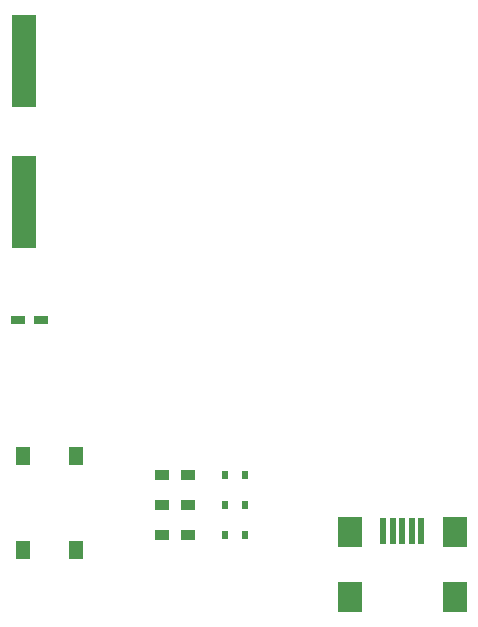
<source format=gbr>
G04 #@! TF.GenerationSoftware,KiCad,Pcbnew,(5.0.0)*
G04 #@! TF.CreationDate,2018-10-04T20:09:54-05:00*
G04 #@! TF.ProjectId,ClockBoard,436C6F636B426F6172642E6B69636164,rev?*
G04 #@! TF.SameCoordinates,Original*
G04 #@! TF.FileFunction,Paste,Bot*
G04 #@! TF.FilePolarity,Positive*
%FSLAX46Y46*%
G04 Gerber Fmt 4.6, Leading zero omitted, Abs format (unit mm)*
G04 Created by KiCad (PCBNEW (5.0.0)) date 10/04/18 20:09:54*
%MOMM*%
%LPD*%
G01*
G04 APERTURE LIST*
%ADD10R,1.200000X0.750000*%
%ADD11R,0.600000X0.800000*%
%ADD12R,1.200000X0.900000*%
%ADD13R,1.300000X1.550000*%
%ADD14R,2.000000X7.875000*%
%ADD15R,0.500000X2.300000*%
%ADD16R,2.000000X2.500000*%
G04 APERTURE END LIST*
D10*
G04 #@! TO.C,C1*
X127609600Y-100787200D03*
X125709600Y-100787200D03*
G04 #@! TD*
D11*
G04 #@! TO.C,D1*
X144868000Y-118973600D03*
X143168000Y-118973600D03*
G04 #@! TD*
G04 #@! TO.C,D2*
X144868000Y-116433600D03*
X143168000Y-116433600D03*
G04 #@! TD*
G04 #@! TO.C,D3*
X144868000Y-113893600D03*
X143168000Y-113893600D03*
G04 #@! TD*
D12*
G04 #@! TO.C,R4*
X137838000Y-118973600D03*
X140038000Y-118973600D03*
G04 #@! TD*
G04 #@! TO.C,R5*
X137838000Y-116433600D03*
X140038000Y-116433600D03*
G04 #@! TD*
G04 #@! TO.C,R6*
X137838000Y-113893600D03*
X140038000Y-113893600D03*
G04 #@! TD*
D13*
G04 #@! TO.C,SW1*
X126056000Y-112318800D03*
X126056000Y-120268800D03*
X130556000Y-112318800D03*
X130556000Y-120268800D03*
G04 #@! TD*
D14*
G04 #@! TO.C,Y1*
X126136400Y-90773500D03*
X126136400Y-78898500D03*
G04 #@! TD*
D15*
G04 #@! TO.C,J3*
X159790360Y-118664100D03*
D16*
X162640360Y-118764100D03*
D15*
X158990360Y-118664100D03*
X158190360Y-118664100D03*
X157390360Y-118664100D03*
X156590360Y-118664100D03*
D16*
X162640360Y-124264100D03*
X153740360Y-118764100D03*
X153740360Y-124264100D03*
G04 #@! TD*
M02*

</source>
